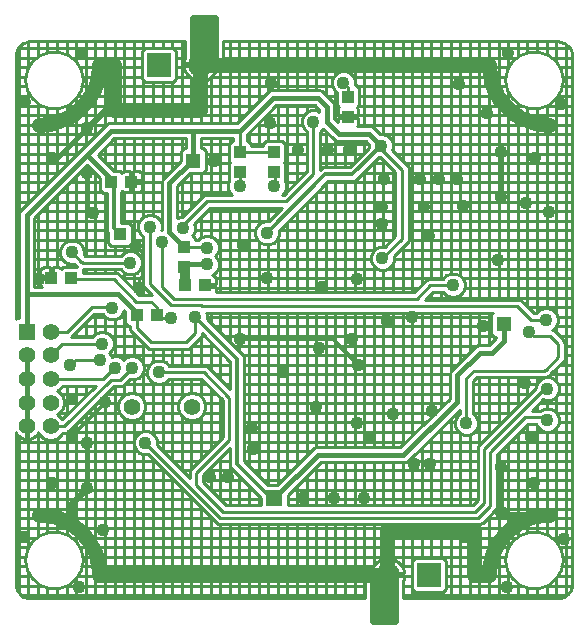
<source format=gbl>
G75*
G70*
%OFA0B0*%
%FSLAX24Y24*%
%IPPOS*%
%LPD*%
%AMOC8*
5,1,8,0,0,1.08239X$1,22.5*
%
%ADD10R,0.0800X0.0800*%
%ADD11C,0.0800*%
%ADD12R,0.0555X0.0555*%
%ADD13C,0.0555*%
%ADD14C,0.0236*%
%ADD15C,0.0560*%
%ADD16R,0.0433X0.0394*%
%ADD17R,0.0394X0.0433*%
%ADD18C,0.0100*%
%ADD19C,0.0436*%
%ADD20C,0.0160*%
%ADD21R,0.0515X0.0515*%
%ADD22R,0.0554X0.0554*%
%ADD23C,0.0120*%
%ADD24R,0.0476X0.0476*%
%ADD25R,0.0436X0.0436*%
%ADD26C,0.0500*%
%ADD27C,0.0560*%
%ADD28C,0.0240*%
%ADD29C,0.0320*%
D10*
X016117Y003358D03*
X007117Y020358D03*
D11*
X008494Y020358D03*
X014739Y003358D03*
D12*
X002717Y011458D03*
D13*
X002717Y010671D03*
X003504Y010671D03*
X003504Y011458D03*
X003504Y009884D03*
X003504Y009096D03*
X003504Y008309D03*
X002717Y008309D03*
X002717Y009096D03*
X002717Y009884D03*
D14*
X008971Y020609D02*
X008971Y021907D01*
X008971Y020609D02*
X008263Y020609D01*
X008263Y021907D01*
X008971Y021907D01*
X008971Y020844D02*
X008263Y020844D01*
X008263Y021079D02*
X008971Y021079D01*
X008971Y021314D02*
X008263Y021314D01*
X008263Y021549D02*
X008971Y021549D01*
X008971Y021784D02*
X008263Y021784D01*
X014263Y003107D02*
X014263Y001809D01*
X014263Y003107D02*
X014971Y003107D01*
X014971Y001809D01*
X014263Y001809D01*
X014263Y002044D02*
X014971Y002044D01*
X014971Y002279D02*
X014263Y002279D01*
X014263Y002514D02*
X014971Y002514D01*
X014971Y002749D02*
X014263Y002749D01*
X014263Y002984D02*
X014971Y002984D01*
D15*
X008217Y008958D03*
X006217Y008958D03*
D16*
X006382Y012008D03*
X007051Y012008D03*
X007982Y013008D03*
X008651Y013008D03*
X006201Y016458D03*
X005532Y016458D03*
X004201Y013258D03*
X003532Y013258D03*
D17*
X007967Y013624D03*
X007967Y014293D03*
X009817Y016774D03*
X009817Y017443D03*
X010967Y017443D03*
X010967Y016774D03*
X013417Y018624D03*
X013417Y019293D03*
D18*
X002390Y002844D02*
X002479Y002721D01*
X002602Y002631D01*
X002747Y002584D01*
X002824Y002578D01*
X013994Y002578D01*
X013994Y003134D01*
X014004Y003186D01*
X014025Y003235D01*
X014054Y003279D01*
X014091Y003316D01*
X014135Y003346D01*
X014184Y003366D01*
X014236Y003376D01*
X014567Y003376D01*
X014567Y003308D01*
X014666Y003308D01*
X014666Y003376D01*
X014688Y003376D01*
X014688Y003408D01*
X014190Y003408D01*
X014202Y003487D01*
X014229Y003570D01*
X014268Y003647D01*
X014319Y003717D01*
X014380Y003778D01*
X014450Y003829D01*
X014527Y003868D01*
X014610Y003895D01*
X014689Y003907D01*
X014689Y003409D01*
X014789Y003409D01*
X014789Y003907D01*
X014867Y003895D01*
X014950Y003868D01*
X015027Y003829D01*
X015097Y003778D01*
X015158Y003717D01*
X015209Y003647D01*
X015248Y003570D01*
X015275Y003487D01*
X015287Y003408D01*
X014789Y003408D01*
X014789Y003376D01*
X014997Y003376D01*
X015049Y003366D01*
X015098Y003346D01*
X015142Y003316D01*
X015150Y003308D01*
X015287Y003308D01*
X015275Y003230D01*
X015248Y003147D01*
X015239Y003129D01*
X015239Y002578D01*
X020318Y002578D01*
X020336Y002578D01*
X020409Y002578D01*
X020486Y002584D01*
X020631Y002631D01*
X020754Y002721D01*
X020843Y002844D01*
X020891Y002989D01*
X020897Y003065D01*
X020897Y020651D01*
X020891Y020728D01*
X020843Y020872D01*
X020754Y020996D01*
X020631Y021085D01*
X020486Y021132D01*
X020409Y021138D01*
X009239Y021138D01*
X009239Y020582D01*
X009229Y020531D01*
X009208Y020482D01*
X009179Y020438D01*
X009142Y020401D01*
X009098Y020371D01*
X009049Y020351D01*
X008997Y020341D01*
X008666Y020341D01*
X008666Y020408D01*
X008567Y020408D01*
X008567Y020341D01*
X008545Y020341D01*
X008545Y020308D01*
X009043Y020308D01*
X009031Y020230D01*
X009004Y020147D01*
X008965Y020070D01*
X008914Y020000D01*
X008853Y019939D01*
X008783Y019888D01*
X008706Y019849D01*
X008623Y019822D01*
X008544Y019809D01*
X008544Y020308D01*
X008444Y020308D01*
X008444Y019809D01*
X008366Y019822D01*
X008283Y019849D01*
X008206Y019888D01*
X008136Y019939D01*
X008075Y020000D01*
X008024Y020070D01*
X007985Y020147D01*
X007958Y020230D01*
X007946Y020308D01*
X008444Y020308D01*
X008444Y020341D01*
X008236Y020341D01*
X008184Y020351D01*
X008135Y020371D01*
X008091Y020401D01*
X008084Y020408D01*
X007946Y020408D01*
X007958Y020487D01*
X007985Y020570D01*
X007994Y020588D01*
X007994Y021138D01*
X002915Y021138D01*
X002862Y021138D01*
X002824Y021138D01*
X002747Y021132D01*
X002602Y021085D01*
X002479Y020996D01*
X002390Y020872D01*
X002342Y020728D01*
X002336Y020651D01*
X002336Y011874D01*
X002369Y011906D01*
X002467Y011906D01*
X002467Y012709D01*
X002467Y012808D01*
X002467Y015309D01*
X002467Y015408D01*
X002505Y015500D01*
X004505Y017500D01*
X004505Y017500D01*
X004575Y017570D01*
X004575Y017570D01*
X005305Y018300D01*
X005375Y018370D01*
X005467Y018408D01*
X008217Y018408D01*
X008316Y018408D01*
X009713Y018408D01*
X010705Y019400D01*
X010705Y019400D01*
X010775Y019470D01*
X010867Y019508D01*
X012367Y019508D01*
X012466Y019508D01*
X012558Y019470D01*
X012858Y019170D01*
X012928Y019100D01*
X012966Y019008D01*
X012966Y018562D01*
X013070Y018459D01*
X013070Y018575D01*
X013368Y018575D01*
X013368Y018672D01*
X013070Y018672D01*
X013070Y018860D01*
X013080Y018898D01*
X013100Y018932D01*
X013112Y018944D01*
X013050Y019006D01*
X013050Y019428D01*
X013047Y019429D01*
X012938Y019539D01*
X012878Y019681D01*
X012878Y019836D01*
X012938Y019978D01*
X013047Y020087D01*
X013189Y020146D01*
X013344Y020146D01*
X013486Y020087D01*
X013596Y019978D01*
X013655Y019836D01*
X013655Y019681D01*
X013654Y019680D01*
X013684Y019680D01*
X013783Y019580D01*
X013783Y019006D01*
X013721Y018944D01*
X013733Y018932D01*
X013753Y018898D01*
X013763Y018860D01*
X013763Y018672D01*
X013465Y018672D01*
X013465Y018575D01*
X013763Y018575D01*
X013763Y018387D01*
X013753Y018349D01*
X013733Y018315D01*
X013727Y018308D01*
X014067Y018308D01*
X014166Y018308D01*
X014258Y018270D01*
X014482Y018046D01*
X014594Y018046D01*
X014736Y017987D01*
X014846Y017878D01*
X014905Y017736D01*
X014905Y017581D01*
X014875Y017511D01*
X015308Y017078D01*
X015308Y017078D01*
X015436Y016950D01*
X015436Y014467D01*
X015308Y014338D01*
X014955Y013985D01*
X014955Y013831D01*
X014896Y013689D01*
X014786Y013579D01*
X014644Y013520D01*
X014489Y013520D01*
X014347Y013579D01*
X014238Y013689D01*
X014178Y013831D01*
X014178Y013986D01*
X014238Y014128D01*
X014347Y014237D01*
X014489Y014296D01*
X014644Y014296D01*
X014997Y014650D01*
X014997Y016767D01*
X014494Y017270D01*
X014454Y017270D01*
X013796Y016613D01*
X013662Y016478D01*
X012762Y016478D01*
X011105Y014821D01*
X011105Y014681D01*
X011046Y014539D01*
X010936Y014429D01*
X010794Y014370D01*
X010639Y014370D01*
X010497Y014429D01*
X010388Y014539D01*
X010328Y014681D01*
X010328Y014836D01*
X010388Y014978D01*
X010497Y015087D01*
X010639Y015146D01*
X010779Y015146D01*
X011221Y015588D01*
X008808Y015588D01*
X008275Y015056D01*
X008305Y014986D01*
X008305Y014831D01*
X008246Y014689D01*
X008235Y014678D01*
X008333Y014580D01*
X008333Y014513D01*
X008422Y014513D01*
X008497Y014587D01*
X008639Y014646D01*
X008794Y014646D01*
X008936Y014587D01*
X009046Y014478D01*
X009105Y014336D01*
X009105Y014181D01*
X009046Y014039D01*
X008990Y013983D01*
X009046Y013928D01*
X009105Y013786D01*
X009105Y013631D01*
X009046Y013489D01*
X008936Y013379D01*
X008878Y013355D01*
X008887Y013355D01*
X008926Y013345D01*
X008960Y013325D01*
X008988Y013297D01*
X009007Y013263D01*
X009018Y013225D01*
X009018Y013057D01*
X008700Y013057D01*
X008700Y012960D01*
X009018Y012960D01*
X009018Y012792D01*
X009014Y012778D01*
X015625Y012778D01*
X016075Y013228D01*
X016258Y013228D01*
X016588Y013228D01*
X016697Y013337D01*
X016839Y013396D01*
X016994Y013396D01*
X017136Y013337D01*
X017246Y013228D01*
X017305Y013086D01*
X017305Y012931D01*
X017246Y012789D01*
X017136Y012679D01*
X016994Y012620D01*
X016839Y012620D01*
X016697Y012679D01*
X016588Y012788D01*
X016258Y012788D01*
X015998Y012528D01*
X019158Y012528D01*
X019286Y012400D01*
X019608Y012078D01*
X019688Y012078D01*
X019797Y012187D01*
X019939Y012246D01*
X020094Y012246D01*
X020236Y012187D01*
X020346Y012078D01*
X020405Y011936D01*
X020405Y011781D01*
X020346Y011639D01*
X020236Y011529D01*
X020234Y011528D01*
X020258Y011528D01*
X020386Y011400D01*
X020472Y011314D01*
X020535Y011251D01*
X020535Y011251D01*
X020579Y011207D01*
X020600Y011186D01*
X020600Y011164D01*
X020621Y011114D01*
X020636Y011098D01*
X020636Y010956D01*
X020636Y010916D01*
X020636Y010517D01*
X020508Y010388D01*
X020222Y010103D01*
X020159Y010039D01*
X020159Y010039D01*
X020113Y009994D01*
X020094Y009975D01*
X020072Y009975D01*
X020022Y009954D01*
X020014Y009946D01*
X020144Y009946D01*
X020286Y009887D01*
X020396Y009778D01*
X020455Y009636D01*
X020455Y009481D01*
X020396Y009339D01*
X020286Y009229D01*
X020144Y009170D01*
X019989Y009170D01*
X019919Y009200D01*
X019548Y008828D01*
X019838Y008828D01*
X019847Y008837D01*
X019989Y008896D01*
X020144Y008896D01*
X020286Y008837D01*
X020396Y008728D01*
X020455Y008586D01*
X020455Y008431D01*
X020396Y008289D01*
X020286Y008179D01*
X020144Y008120D01*
X019989Y008120D01*
X019847Y008179D01*
X019738Y008289D01*
X019696Y008388D01*
X019408Y008388D01*
X018411Y007392D01*
X018386Y007367D01*
X018386Y007326D01*
X018386Y005567D01*
X018258Y005438D01*
X018015Y005196D01*
X017951Y005132D01*
X017951Y005132D01*
X017911Y005092D01*
X017887Y005068D01*
X017859Y005068D01*
X017836Y005058D01*
X017816Y005038D01*
X009258Y005038D01*
X009075Y005038D01*
X006744Y007370D01*
X006589Y007370D01*
X006447Y007429D01*
X006338Y007539D01*
X006278Y007681D01*
X006278Y007836D01*
X006338Y007978D01*
X006447Y008087D01*
X006589Y008146D01*
X006744Y008146D01*
X006886Y008087D01*
X006996Y007978D01*
X007055Y007836D01*
X007055Y007681D01*
X008147Y006589D01*
X008147Y006850D01*
X008275Y006978D01*
X009247Y007950D01*
X009247Y009167D01*
X008525Y009888D01*
X007445Y009888D01*
X007336Y009779D01*
X007194Y009720D01*
X007039Y009720D01*
X006897Y009779D01*
X006788Y009889D01*
X006728Y010031D01*
X006728Y010186D01*
X006788Y010328D01*
X006897Y010437D01*
X007039Y010496D01*
X007194Y010496D01*
X007336Y010437D01*
X007445Y010328D01*
X008525Y010328D01*
X008708Y010328D01*
X009487Y009549D01*
X009487Y010463D01*
X008536Y011413D01*
X008536Y011317D01*
X008408Y011188D01*
X008108Y010888D01*
X007925Y010888D01*
X006775Y010888D01*
X006647Y011017D01*
X006162Y011502D01*
X006162Y011642D01*
X006095Y011642D01*
X005995Y011741D01*
X005995Y012126D01*
X005950Y012171D01*
X005896Y012039D01*
X005786Y011929D01*
X005644Y011870D01*
X005489Y011870D01*
X005347Y011929D01*
X005238Y012039D01*
X005230Y012056D01*
X004964Y012056D01*
X004186Y011278D01*
X004888Y011278D01*
X004997Y011387D01*
X004997Y012056D01*
X004866Y011958D02*
X005318Y011958D01*
X005317Y011960D02*
X005317Y011437D01*
X005294Y011446D02*
X005139Y011446D01*
X004997Y011387D01*
X004928Y011318D02*
X004226Y011318D01*
X004357Y011278D02*
X004357Y011449D01*
X004546Y011638D02*
X006162Y011638D01*
X006382Y011593D02*
X006867Y011108D01*
X008017Y011108D01*
X008317Y011408D01*
X008317Y011958D01*
X008705Y011958D02*
X018189Y011958D01*
X018189Y012036D02*
X018241Y012088D01*
X008683Y012088D01*
X008705Y012036D01*
X008705Y011896D01*
X009812Y010788D01*
X009946Y010654D01*
X009946Y007154D01*
X010745Y006356D01*
X011060Y006356D01*
X012205Y007500D01*
X012275Y007570D01*
X012367Y007608D01*
X015165Y007608D01*
X016817Y009214D01*
X016817Y009959D01*
X016817Y010058D01*
X016855Y010150D01*
X017605Y010900D01*
X017675Y010970D01*
X017767Y011008D01*
X018113Y011008D01*
X018367Y011262D01*
X018367Y011281D01*
X018289Y011281D01*
X018189Y011381D01*
X018189Y012036D01*
X018117Y012088D02*
X018117Y011012D01*
X017797Y011008D02*
X017797Y012088D01*
X017477Y012088D02*
X017477Y010772D01*
X017383Y010678D02*
X009922Y010678D01*
X009797Y010804D02*
X009797Y012088D01*
X009477Y012088D02*
X009477Y011124D01*
X009602Y010998D02*
X017743Y010998D01*
X017157Y010452D02*
X017157Y012088D01*
X016837Y012088D02*
X016837Y010106D01*
X016817Y010038D02*
X009946Y010038D01*
X009946Y010358D02*
X017063Y010358D01*
X017367Y009908D02*
X017617Y010158D01*
X019915Y010158D01*
X020003Y010195D02*
X020417Y010608D01*
X020417Y011007D01*
X020380Y011095D02*
X020167Y011308D01*
X019668Y011308D01*
X019580Y011345D02*
X019467Y011458D01*
X019580Y011345D02*
X019595Y011332D01*
X019611Y011322D01*
X019629Y011314D01*
X019648Y011310D01*
X019668Y011308D01*
X019517Y011858D02*
X019067Y012308D01*
X008567Y012308D01*
X008517Y012358D01*
X007517Y012358D01*
X006817Y013058D01*
X006817Y014958D01*
X006446Y014838D02*
X006205Y014838D01*
X006205Y014997D02*
X006105Y015096D01*
X005846Y015096D01*
X005846Y016119D01*
X005881Y016153D01*
X005893Y016142D01*
X005927Y016122D01*
X005965Y016112D01*
X006153Y016112D01*
X006153Y016410D01*
X006250Y016410D01*
X006250Y016507D01*
X006568Y016507D01*
X006568Y016675D01*
X006557Y016713D01*
X006538Y016747D01*
X006510Y016775D01*
X006476Y016795D01*
X006437Y016805D01*
X006250Y016805D01*
X006250Y016507D01*
X006153Y016507D01*
X006153Y016805D01*
X005965Y016805D01*
X005927Y016795D01*
X005893Y016775D01*
X005881Y016763D01*
X005819Y016825D01*
X005603Y016825D01*
X005070Y017358D01*
X005620Y017908D01*
X008017Y017908D01*
X008017Y017566D01*
X007958Y017566D01*
X007859Y017467D01*
X007859Y017154D01*
X007255Y016550D01*
X007217Y016458D01*
X007217Y016359D01*
X007217Y014846D01*
X007190Y014846D01*
X007205Y014881D01*
X007205Y015036D01*
X007146Y015178D01*
X007036Y015287D01*
X006894Y015346D01*
X006739Y015346D01*
X006597Y015287D01*
X006597Y017908D01*
X006277Y017908D02*
X006277Y016805D01*
X006250Y016758D02*
X006153Y016758D01*
X005957Y016803D02*
X005957Y017908D01*
X005637Y017908D02*
X005637Y016825D01*
X005350Y017078D02*
X007783Y017078D01*
X007557Y016852D02*
X007557Y017908D01*
X007877Y017908D02*
X007877Y017484D01*
X007859Y017398D02*
X005110Y017398D01*
X005317Y017605D02*
X005317Y017112D01*
X004963Y016758D02*
X004470Y016758D01*
X004357Y016645D02*
X004357Y014470D01*
X004294Y014496D02*
X004139Y014496D01*
X003997Y014437D01*
X003888Y014328D01*
X003828Y014186D01*
X003828Y014031D01*
X003888Y013889D01*
X003997Y013779D01*
X004139Y013720D01*
X004294Y013720D01*
X004315Y013699D01*
X004374Y013639D01*
X004389Y013625D01*
X003914Y013625D01*
X003852Y013563D01*
X003841Y013575D01*
X003806Y013595D01*
X003768Y013605D01*
X003580Y013605D01*
X003580Y013307D01*
X003483Y013307D01*
X003483Y013210D01*
X003165Y013210D01*
X003165Y013042D01*
X003176Y013004D01*
X003195Y012969D01*
X003206Y012958D01*
X002966Y012958D01*
X002966Y015255D01*
X004716Y017005D01*
X005145Y016576D01*
X005145Y016191D01*
X005245Y016092D01*
X005387Y016092D01*
X005387Y014813D01*
X005428Y014771D01*
X005428Y014420D01*
X005528Y014320D01*
X006105Y014320D01*
X006205Y014420D01*
X006205Y014997D01*
X006428Y015036D02*
X006428Y014881D01*
X006488Y014739D01*
X006597Y014630D01*
X006597Y013150D01*
X006597Y012967D01*
X006597Y012678D01*
X006458Y012678D02*
X005836Y013300D01*
X005708Y013428D01*
X004588Y013428D01*
X004588Y013526D01*
X004575Y013538D01*
X004637Y013538D01*
X004709Y013538D01*
X005838Y013538D01*
X005947Y013429D01*
X006089Y013370D01*
X006244Y013370D01*
X006386Y013429D01*
X006496Y013539D01*
X006555Y013681D01*
X006555Y013836D01*
X006496Y013978D01*
X006386Y014087D01*
X006244Y014146D01*
X006089Y014146D01*
X005947Y014087D01*
X005838Y013978D01*
X004709Y013978D01*
X004658Y013978D01*
X004626Y014010D01*
X004605Y014031D01*
X004605Y014186D01*
X004546Y014328D01*
X004436Y014437D01*
X004294Y014496D01*
X004037Y014454D02*
X004037Y016325D01*
X004150Y016438D02*
X005145Y016438D01*
X004997Y016725D02*
X004997Y013978D01*
X005317Y013978D02*
X005317Y016092D01*
X005218Y016118D02*
X003830Y016118D01*
X003717Y016005D02*
X003717Y013605D01*
X003580Y013558D02*
X003483Y013558D01*
X003483Y013605D02*
X003296Y013605D01*
X003257Y013595D01*
X003223Y013575D01*
X003195Y013547D01*
X003176Y013513D01*
X003165Y013475D01*
X003165Y013307D01*
X003483Y013307D01*
X003483Y013605D01*
X003397Y013605D02*
X003397Y015685D01*
X003510Y015798D02*
X005387Y015798D01*
X005387Y015478D02*
X003190Y015478D01*
X003077Y015365D02*
X003077Y012958D01*
X002966Y013238D02*
X003483Y013238D01*
X003397Y013210D02*
X003397Y013307D01*
X003206Y013558D02*
X002966Y013558D01*
X002966Y013878D02*
X003898Y013878D01*
X004037Y013763D02*
X004037Y013625D01*
X004357Y013625D02*
X004357Y013657D01*
X004530Y013795D02*
X004217Y014108D01*
X004267Y014058D01*
X004599Y014198D02*
X006597Y014198D01*
X006567Y014108D02*
X006367Y014308D01*
X006277Y014133D02*
X006277Y016112D01*
X006250Y016112D02*
X006437Y016112D01*
X006476Y016122D01*
X006510Y016142D01*
X006538Y016169D01*
X006557Y016204D01*
X006568Y016242D01*
X006568Y016410D01*
X006250Y016410D01*
X006250Y016112D01*
X006250Y016118D02*
X006153Y016118D01*
X005957Y016114D02*
X005957Y015096D01*
X005846Y015158D02*
X006479Y015158D01*
X006488Y015178D02*
X006428Y015036D01*
X006488Y015178D02*
X006597Y015287D01*
X006917Y015337D02*
X006917Y017908D01*
X007237Y017908D02*
X007237Y016506D01*
X007217Y016438D02*
X006250Y016438D01*
X006277Y016410D02*
X006277Y016507D01*
X006527Y016758D02*
X007463Y016758D01*
X007850Y016438D02*
X009450Y016438D01*
X009464Y016472D02*
X009428Y016386D01*
X009428Y016231D01*
X009488Y016089D01*
X009548Y016028D01*
X008808Y016028D01*
X008625Y016028D01*
X007894Y015296D01*
X007839Y015296D01*
X007716Y015246D01*
X007716Y016305D01*
X008162Y016751D01*
X008575Y016751D01*
X008674Y016850D01*
X008674Y017467D01*
X008575Y017566D01*
X008516Y017566D01*
X008516Y017908D01*
X008517Y017908D02*
X008517Y017566D01*
X008516Y017718D02*
X009450Y017718D01*
X009450Y017730D02*
X009450Y017156D01*
X009497Y017108D01*
X009450Y017061D01*
X009450Y016487D01*
X009464Y016472D01*
X009450Y016758D02*
X008583Y016758D01*
X008517Y016751D02*
X008517Y015920D01*
X008395Y015798D02*
X007716Y015798D01*
X007716Y015478D02*
X008075Y015478D01*
X008197Y015600D02*
X008197Y016751D01*
X007877Y016465D02*
X007877Y015296D01*
X007917Y015008D02*
X007917Y014908D01*
X007917Y015008D02*
X008717Y015808D01*
X011367Y015808D01*
X012267Y016708D01*
X012267Y018458D01*
X012037Y018140D02*
X012037Y016790D01*
X012047Y016800D02*
X011275Y016028D01*
X011235Y016028D01*
X011296Y016089D01*
X011355Y016231D01*
X011355Y016386D01*
X011319Y016472D01*
X011333Y016487D01*
X011333Y017061D01*
X011286Y017108D01*
X011333Y017156D01*
X011333Y017730D01*
X011234Y017830D01*
X010699Y017830D01*
X010600Y017730D01*
X010600Y017663D01*
X010183Y017663D01*
X010183Y017730D01*
X010084Y017830D01*
X010036Y017830D01*
X010036Y018025D01*
X011020Y019008D01*
X012313Y019008D01*
X012467Y018855D01*
X012467Y018796D01*
X012344Y018846D01*
X012189Y018846D01*
X012047Y018787D01*
X011938Y018678D01*
X010690Y018678D01*
X010757Y018745D02*
X010757Y017830D01*
X010600Y017718D02*
X010183Y017718D01*
X010117Y017797D02*
X010117Y018105D01*
X010050Y018038D02*
X012047Y018038D01*
X012047Y018130D02*
X012047Y016800D01*
X012005Y016758D02*
X011333Y016758D01*
X011333Y016438D02*
X011685Y016438D01*
X011717Y016470D02*
X011717Y019008D01*
X011397Y019008D02*
X011397Y016150D01*
X011365Y016118D02*
X011308Y016118D01*
X010967Y016308D02*
X010982Y016758D01*
X010967Y016774D01*
X011316Y017078D02*
X012047Y017078D01*
X012047Y017398D02*
X011333Y017398D01*
X011333Y017718D02*
X012047Y017718D01*
X012047Y018130D02*
X011938Y018239D01*
X011878Y018381D01*
X011878Y018536D01*
X011938Y018678D01*
X012037Y018777D02*
X012037Y019008D01*
X012323Y018998D02*
X011010Y018998D01*
X011077Y019008D02*
X011077Y017830D01*
X010967Y017443D02*
X009817Y017443D01*
X009817Y018158D01*
X009597Y017908D02*
X009597Y017830D01*
X009549Y017830D01*
X009450Y017730D01*
X009477Y017757D02*
X009477Y017908D01*
X009597Y017908D02*
X008516Y017908D01*
X008837Y017908D02*
X008837Y016028D01*
X009157Y016028D02*
X009157Y017908D01*
X009157Y018408D02*
X009157Y020415D01*
X009039Y020278D02*
X018774Y020278D01*
X018757Y020249D02*
X018757Y021138D01*
X018437Y021138D02*
X018437Y012528D01*
X018757Y012528D02*
X018757Y019468D01*
X018720Y019532D02*
X018885Y019245D01*
X019139Y019032D01*
X019139Y019032D01*
X019451Y018918D01*
X019530Y018918D01*
X019616Y018918D01*
X019782Y018918D01*
X019782Y018918D01*
X020094Y019032D01*
X020348Y019245D01*
X020513Y019532D01*
X020571Y019858D01*
X020571Y019858D01*
X020513Y020185D01*
X020348Y020472D01*
X020094Y020685D01*
X020094Y020685D01*
X019782Y020798D01*
X019704Y020798D01*
X019616Y020798D01*
X019611Y020798D01*
X019530Y020798D01*
X019451Y020798D01*
X019139Y020685D01*
X018885Y020472D01*
X018720Y020185D01*
X018662Y019858D01*
X018720Y019532D01*
X018720Y019532D01*
X018701Y019638D02*
X013725Y019638D01*
X013637Y019879D02*
X013637Y021138D01*
X013317Y021138D02*
X013317Y020146D01*
X013604Y019958D02*
X018680Y019958D01*
X018662Y019858D02*
X018662Y019858D01*
X018720Y020185D02*
X018720Y020185D01*
X018885Y020472D02*
X018885Y020472D01*
X018885Y020472D01*
X019036Y020598D02*
X009239Y020598D01*
X009239Y020918D02*
X020810Y020918D01*
X020677Y021052D02*
X020677Y002665D01*
X020695Y002678D02*
X015239Y002678D01*
X015239Y002998D02*
X015547Y002998D01*
X015547Y002888D02*
X015646Y002788D01*
X016587Y002788D01*
X016686Y002888D01*
X016686Y003829D01*
X016587Y003928D01*
X015646Y003928D01*
X015547Y003829D01*
X015547Y002888D01*
X015557Y002878D02*
X015557Y002578D01*
X015877Y002578D02*
X015877Y002788D01*
X016197Y002788D02*
X016197Y002578D01*
X016517Y002578D02*
X016517Y002788D01*
X016686Y002998D02*
X019231Y002998D01*
X019139Y003032D02*
X019451Y002918D01*
X019530Y002918D01*
X019617Y002918D01*
X019782Y002918D01*
X019782Y002918D01*
X020094Y003032D01*
X020348Y003245D01*
X020513Y003532D01*
X020571Y003858D01*
X020571Y003858D01*
X020513Y004185D01*
X020348Y004472D01*
X020094Y004685D01*
X020094Y004685D01*
X019782Y004798D01*
X019616Y004798D01*
X019451Y004798D01*
X019139Y004685D01*
X018885Y004472D01*
X018720Y004185D01*
X018662Y003858D01*
X018720Y003532D01*
X018885Y003245D01*
X019139Y003032D01*
X019139Y003032D01*
X019077Y003084D02*
X019077Y002578D01*
X019397Y002578D02*
X019397Y002938D01*
X019451Y002918D02*
X019451Y002918D01*
X019717Y002918D02*
X019717Y002578D01*
X020037Y002578D02*
X020037Y003011D01*
X020002Y002998D02*
X020891Y002998D01*
X020897Y003318D02*
X020390Y003318D01*
X020357Y003260D02*
X020357Y002578D01*
X020094Y003032D02*
X020094Y003032D01*
X020348Y003245D02*
X020348Y003245D01*
X020348Y003245D01*
X020513Y003532D02*
X020513Y003532D01*
X020532Y003638D02*
X020897Y003638D01*
X020897Y003958D02*
X020553Y003958D01*
X020513Y004185D02*
X020513Y004185D01*
X020459Y004278D02*
X020897Y004278D01*
X020897Y004598D02*
X020197Y004598D01*
X020037Y004706D02*
X020037Y008120D01*
X019717Y008339D02*
X019717Y004798D01*
X019782Y004798D02*
X019782Y004798D01*
X019451Y004798D02*
X019451Y004798D01*
X019397Y004779D02*
X019397Y008377D01*
X019317Y008608D02*
X019967Y008608D01*
X020067Y008508D01*
X020357Y008250D02*
X020357Y004457D01*
X020348Y004472D02*
X020348Y004472D01*
X020897Y004918D02*
X002336Y004918D01*
X002336Y004598D02*
X003036Y004598D01*
X003077Y004632D02*
X003077Y008077D01*
X003082Y008085D02*
X003099Y008118D01*
X003125Y008055D01*
X003250Y007929D01*
X003415Y007861D01*
X003593Y007861D01*
X003757Y007929D01*
X003883Y008055D01*
X003897Y008089D01*
X004058Y008089D01*
X005608Y009638D01*
X005725Y009638D01*
X005908Y009638D01*
X006140Y009870D01*
X006294Y009870D01*
X006436Y009929D01*
X006546Y010039D01*
X006605Y010181D01*
X006605Y010336D01*
X006546Y010478D01*
X006436Y010587D01*
X006294Y010646D01*
X006139Y010646D01*
X005997Y010587D01*
X005941Y010532D01*
X005886Y010587D01*
X005744Y010646D01*
X005589Y010646D01*
X005538Y010625D01*
X005496Y010728D01*
X005465Y010758D01*
X005546Y010839D01*
X005605Y010981D01*
X005605Y011136D01*
X005546Y011278D01*
X005436Y011387D01*
X005294Y011446D01*
X005505Y011318D02*
X006345Y011318D01*
X006277Y011387D02*
X006277Y010646D01*
X006217Y010258D02*
X005817Y009858D01*
X005517Y009858D01*
X003967Y008309D01*
X003504Y008309D01*
X003723Y008703D02*
X003757Y008717D01*
X003883Y008843D01*
X003951Y009007D01*
X003951Y009185D01*
X003883Y009350D01*
X003757Y009476D01*
X003723Y009490D01*
X003757Y009504D01*
X003883Y009630D01*
X003897Y009664D01*
X005011Y009664D01*
X003891Y008544D01*
X003883Y008562D01*
X003757Y008688D01*
X003723Y008703D01*
X003799Y008758D02*
X004105Y008758D01*
X004037Y008689D02*
X004037Y009664D01*
X003835Y009398D02*
X004745Y009398D01*
X004677Y009329D02*
X004677Y009664D01*
X004357Y009664D02*
X004357Y009009D01*
X004425Y009078D02*
X003951Y009078D01*
X004408Y008438D02*
X009247Y008438D01*
X009247Y008118D02*
X006811Y008118D01*
X006917Y008057D02*
X006917Y009771D01*
X007237Y009738D02*
X007237Y007499D01*
X007258Y007478D02*
X008775Y007478D01*
X008837Y007540D02*
X008837Y009577D01*
X008695Y009718D02*
X005988Y009718D01*
X005957Y009687D02*
X005957Y009335D01*
X005962Y009340D02*
X005835Y009213D01*
X005767Y009048D01*
X005767Y008869D01*
X005835Y008704D01*
X005962Y008577D01*
X006127Y008508D01*
X006306Y008508D01*
X006471Y008577D01*
X006598Y008704D01*
X006666Y008869D01*
X006666Y009048D01*
X006598Y009213D01*
X006471Y009340D01*
X006306Y009408D01*
X006127Y009408D01*
X005962Y009340D01*
X006103Y009398D02*
X005368Y009398D01*
X005317Y009347D02*
X005317Y002578D01*
X004997Y002578D02*
X004997Y009027D01*
X005048Y009078D02*
X005779Y009078D01*
X005812Y008758D02*
X004728Y008758D01*
X004677Y008707D02*
X004677Y002578D01*
X004357Y002578D02*
X004357Y003260D01*
X004348Y003245D02*
X004513Y003532D01*
X004571Y003858D01*
X004571Y003858D01*
X004513Y004185D01*
X004348Y004472D01*
X004094Y004685D01*
X004094Y004685D01*
X003782Y004798D01*
X003704Y004798D01*
X003617Y004798D01*
X003585Y004798D01*
X003530Y004798D01*
X003451Y004798D01*
X003139Y004685D01*
X002885Y004472D01*
X002720Y004185D01*
X002662Y003858D01*
X002720Y003532D01*
X002885Y003245D01*
X003139Y003032D01*
X003139Y003032D01*
X003451Y002918D01*
X003616Y002918D01*
X003704Y002918D01*
X003782Y002918D01*
X004094Y003032D01*
X004348Y003245D01*
X004348Y003245D01*
X004348Y003245D01*
X004390Y003318D02*
X014095Y003318D01*
X014277Y003376D02*
X014277Y003408D01*
X014264Y003638D02*
X004532Y003638D01*
X004513Y003532D02*
X004513Y003532D01*
X004553Y003958D02*
X018680Y003958D01*
X018662Y003858D02*
X018662Y003858D01*
X018701Y003638D02*
X016686Y003638D01*
X016517Y003928D02*
X016517Y005038D01*
X016837Y005038D02*
X016837Y002578D01*
X017157Y002578D02*
X017157Y005038D01*
X017477Y005038D02*
X017477Y002578D01*
X017797Y002578D02*
X017797Y005038D01*
X017725Y005258D02*
X009167Y005258D01*
X006667Y007758D01*
X007055Y007798D02*
X009095Y007798D01*
X009157Y007860D02*
X009157Y009257D01*
X009247Y009078D02*
X008654Y009078D01*
X008666Y009048D02*
X008598Y009213D01*
X008471Y009340D01*
X008306Y009408D01*
X008127Y009408D01*
X007962Y009340D01*
X007835Y009213D01*
X007767Y009048D01*
X007767Y008869D01*
X007835Y008704D01*
X007962Y008577D01*
X008127Y008508D01*
X008306Y008508D01*
X008471Y008577D01*
X008598Y008704D01*
X008666Y008869D01*
X008666Y009048D01*
X008517Y009295D02*
X008517Y009888D01*
X008617Y010108D02*
X009467Y009258D01*
X009467Y007858D01*
X008367Y006758D01*
X008367Y006358D01*
X009267Y005458D01*
X017625Y005458D01*
X017696Y005488D02*
X017967Y005758D01*
X017967Y007558D01*
X019967Y009558D01*
X020067Y009558D01*
X019713Y009718D02*
X017586Y009718D01*
X017586Y009817D02*
X017708Y009938D01*
X019824Y009938D01*
X019915Y009938D01*
X019970Y009938D01*
X019847Y009887D01*
X019738Y009778D01*
X019678Y009636D01*
X019678Y009581D01*
X017747Y007650D01*
X017747Y007467D01*
X017747Y005850D01*
X017604Y005707D01*
X017575Y005678D01*
X017534Y005678D01*
X011414Y005678D01*
X011414Y006002D01*
X012520Y007108D01*
X015265Y007108D01*
X015313Y007108D01*
X015314Y007108D01*
X015316Y007108D01*
X015360Y007127D01*
X015405Y007144D01*
X015406Y007146D01*
X015408Y007146D01*
X015441Y007179D01*
X017147Y008838D01*
X017147Y008737D01*
X017038Y008628D01*
X016978Y008486D01*
X016978Y008331D01*
X017038Y008189D01*
X017147Y008079D01*
X017289Y008020D01*
X017444Y008020D01*
X017586Y008079D01*
X017696Y008189D01*
X017755Y008331D01*
X017755Y008486D01*
X017696Y008628D01*
X017586Y008737D01*
X017586Y009817D01*
X017367Y009908D02*
X017367Y008408D01*
X017625Y008118D02*
X018215Y008118D01*
X018117Y008020D02*
X018117Y009938D01*
X017797Y009938D02*
X017797Y007700D01*
X017895Y007798D02*
X016078Y007798D01*
X016197Y007914D02*
X016197Y005678D01*
X015877Y005678D02*
X015877Y007603D01*
X015749Y007478D02*
X017747Y007478D01*
X017747Y007158D02*
X015420Y007158D01*
X015237Y007108D02*
X015237Y005678D01*
X015557Y005678D02*
X015557Y007292D01*
X015237Y007678D02*
X015237Y012088D01*
X015557Y012088D02*
X015557Y007989D01*
X015690Y008118D02*
X009946Y008118D01*
X009946Y008438D02*
X016019Y008438D01*
X015877Y008300D02*
X015877Y012088D01*
X016197Y012088D02*
X016197Y008611D01*
X016348Y008758D02*
X009946Y008758D01*
X009946Y009078D02*
X016677Y009078D01*
X016517Y008922D02*
X016517Y012088D01*
X016517Y012528D02*
X016517Y012788D01*
X016837Y012621D02*
X016837Y012528D01*
X017157Y012528D02*
X017157Y012700D01*
X017299Y012918D02*
X020897Y012918D01*
X020897Y012598D02*
X016068Y012598D01*
X016197Y012528D02*
X016197Y012727D01*
X016167Y013008D02*
X015717Y012558D01*
X007617Y012558D01*
X007217Y012958D01*
X007217Y014458D01*
X006597Y014518D02*
X006205Y014518D01*
X005957Y014320D02*
X005957Y014091D01*
X005637Y013978D02*
X005637Y014320D01*
X005428Y014518D02*
X002966Y014518D01*
X002966Y014838D02*
X005387Y014838D01*
X005387Y015158D02*
X002966Y015158D01*
X002467Y015158D02*
X002336Y015158D01*
X002336Y014838D02*
X002467Y014838D01*
X002467Y014518D02*
X002336Y014518D01*
X002336Y014198D02*
X002467Y014198D01*
X002467Y013878D02*
X002336Y013878D01*
X002336Y013558D02*
X002467Y013558D01*
X002467Y013238D02*
X002336Y013238D01*
X002336Y012918D02*
X002467Y012918D01*
X002467Y012598D02*
X002336Y012598D01*
X002336Y012278D02*
X002467Y012278D01*
X002467Y011958D02*
X002336Y011958D01*
X002437Y011906D02*
X002437Y020937D01*
X002423Y020918D02*
X006636Y020918D01*
X006646Y020928D02*
X006547Y020829D01*
X006547Y019888D01*
X006646Y019788D01*
X007587Y019788D01*
X007686Y019888D01*
X007686Y020829D01*
X007587Y020928D01*
X006646Y020928D01*
X006597Y020879D02*
X006597Y021138D01*
X006277Y021138D02*
X006277Y018408D01*
X006597Y018408D02*
X006597Y019838D01*
X006547Y019958D02*
X004553Y019958D01*
X004571Y019858D02*
X004513Y020185D01*
X004348Y020472D01*
X004094Y020685D01*
X004094Y020685D01*
X003782Y020798D01*
X003704Y020798D01*
X003616Y020798D01*
X003595Y020798D01*
X003530Y020798D01*
X003451Y020798D01*
X003139Y020685D01*
X002885Y020472D01*
X002720Y020185D01*
X002662Y019858D01*
X002720Y019532D01*
X002885Y019245D01*
X003139Y019032D01*
X003139Y019032D01*
X003451Y018918D01*
X003616Y018918D01*
X003704Y018918D01*
X003782Y018918D01*
X003782Y018918D01*
X004094Y019032D01*
X004348Y019245D01*
X004513Y019532D01*
X004571Y019858D01*
X004571Y019858D01*
X004532Y019638D02*
X012896Y019638D01*
X012997Y019480D02*
X012997Y018532D01*
X012966Y018678D02*
X013070Y018678D01*
X013317Y018672D02*
X013317Y018575D01*
X013637Y018575D02*
X013637Y018672D01*
X013763Y018678D02*
X020897Y018678D01*
X020897Y018358D02*
X013756Y018358D01*
X013957Y018308D02*
X013957Y021138D01*
X014277Y021138D02*
X014277Y018252D01*
X014013Y017808D02*
X014128Y017693D01*
X014128Y017596D01*
X013471Y016938D01*
X012571Y016938D01*
X012486Y016854D01*
X012486Y018130D01*
X012589Y018232D01*
X012905Y017917D01*
X012975Y017846D01*
X013067Y017808D01*
X014013Y017808D01*
X013957Y017808D02*
X013957Y017424D01*
X013931Y017398D02*
X012486Y017398D01*
X012486Y017078D02*
X013611Y017078D01*
X013637Y017104D02*
X013637Y017808D01*
X013317Y017808D02*
X013317Y016938D01*
X012997Y016938D02*
X012997Y017838D01*
X012783Y018038D02*
X012486Y018038D01*
X012677Y018145D02*
X012677Y016938D01*
X012722Y016438D02*
X014997Y016438D01*
X014997Y016758D02*
X013942Y016758D01*
X013957Y016773D02*
X013957Y012778D01*
X014277Y012778D02*
X014277Y013650D01*
X014397Y013558D02*
X009074Y013558D01*
X009066Y013878D02*
X014178Y013878D01*
X014277Y014167D02*
X014277Y017093D01*
X014262Y017078D02*
X014685Y017078D01*
X014597Y017167D02*
X014597Y014296D01*
X014865Y014518D02*
X011025Y014518D01*
X011077Y014613D02*
X011077Y012778D01*
X010757Y012778D02*
X010757Y014370D01*
X010437Y014490D02*
X010437Y012778D01*
X010117Y012778D02*
X010117Y015588D01*
X010437Y015588D02*
X010437Y015027D01*
X010330Y014838D02*
X008305Y014838D01*
X008333Y014518D02*
X008428Y014518D01*
X008517Y014596D02*
X008517Y015297D01*
X008378Y015158D02*
X010791Y015158D01*
X010757Y015146D02*
X010757Y015588D01*
X011077Y015588D02*
X011077Y015444D01*
X011111Y015478D02*
X008698Y015478D01*
X008837Y015588D02*
X008837Y014629D01*
X009005Y014518D02*
X010408Y014518D01*
X011122Y014838D02*
X014997Y014838D01*
X014917Y014570D02*
X014917Y016847D01*
X015217Y016858D02*
X014517Y017558D01*
X014517Y017658D01*
X014905Y017718D02*
X020897Y017718D01*
X020897Y017398D02*
X014988Y017398D01*
X014917Y017469D02*
X014917Y021138D01*
X014597Y021138D02*
X014597Y018045D01*
X014613Y018038D02*
X020897Y018038D01*
X020897Y017078D02*
X015308Y017078D01*
X015237Y017149D02*
X015237Y021138D01*
X015557Y021138D02*
X015557Y012778D01*
X015765Y012918D02*
X009018Y012918D01*
X008837Y012960D02*
X008837Y013057D01*
X009014Y013238D02*
X016598Y013238D01*
X016517Y013228D02*
X016517Y021138D01*
X016837Y021138D02*
X016837Y013395D01*
X017157Y013317D02*
X017157Y021138D01*
X017477Y021138D02*
X017477Y012528D01*
X017797Y012528D02*
X017797Y021138D01*
X018117Y021138D02*
X018117Y012528D01*
X018189Y011638D02*
X008962Y011638D01*
X008837Y011764D02*
X008837Y012088D01*
X009157Y012088D02*
X009157Y011444D01*
X009282Y011318D02*
X018251Y011318D01*
X019077Y012528D02*
X019077Y019084D01*
X019231Y018998D02*
X013776Y018998D01*
X013783Y019318D02*
X018843Y019318D01*
X018885Y019245D02*
X018885Y019245D01*
X019397Y018938D02*
X019397Y012289D01*
X019408Y012278D02*
X020897Y012278D01*
X020897Y011958D02*
X020395Y011958D01*
X020357Y012052D02*
X020357Y019260D01*
X020348Y019245D02*
X020348Y019245D01*
X020348Y019245D01*
X020390Y019318D02*
X020897Y019318D01*
X020897Y018998D02*
X020002Y018998D01*
X020037Y019011D02*
X020037Y012246D01*
X019717Y012107D02*
X019717Y018918D01*
X020094Y019032D02*
X020094Y019032D01*
X020513Y019532D02*
X020513Y019532D01*
X020532Y019638D02*
X020897Y019638D01*
X020897Y019958D02*
X020553Y019958D01*
X020513Y020185D02*
X020513Y020185D01*
X020459Y020278D02*
X020897Y020278D01*
X020897Y020598D02*
X020197Y020598D01*
X020037Y020706D02*
X020037Y021138D01*
X019717Y021138D02*
X019717Y020798D01*
X019782Y020798D02*
X019782Y020798D01*
X019451Y020798D02*
X019451Y020798D01*
X019397Y020779D02*
X019397Y021138D01*
X019077Y021138D02*
X019077Y020632D01*
X019139Y020685D02*
X019139Y020685D01*
X020348Y020472D02*
X020348Y020472D01*
X020357Y020457D02*
X020357Y021138D01*
X020897Y016758D02*
X015436Y016758D01*
X015217Y016858D02*
X015217Y014558D01*
X014567Y013908D01*
X014736Y013558D02*
X020897Y013558D01*
X020897Y013878D02*
X014955Y013878D01*
X014917Y013739D02*
X014917Y012778D01*
X014597Y012778D02*
X014597Y013520D01*
X014308Y014198D02*
X009105Y014198D01*
X008717Y014258D02*
X008682Y014293D01*
X007967Y014293D01*
X008051Y013708D02*
X007967Y013624D01*
X006885Y012678D02*
X006458Y012678D01*
X006467Y012908D02*
X006467Y013208D01*
X006567Y013308D01*
X006567Y014108D01*
X006537Y013878D02*
X006597Y013878D01*
X006597Y013558D02*
X006504Y013558D01*
X006277Y013384D02*
X006277Y012859D01*
X006218Y012918D02*
X006645Y012918D01*
X006597Y012967D02*
X006885Y012678D01*
X006867Y012458D02*
X006367Y012458D01*
X005617Y013208D01*
X004251Y013208D01*
X004201Y013258D01*
X004677Y013428D02*
X004677Y013538D01*
X004618Y013758D02*
X006167Y013758D01*
X005957Y013425D02*
X005957Y013179D01*
X005898Y013238D02*
X006597Y013238D01*
X006867Y012458D02*
X007051Y012274D01*
X007051Y012008D01*
X007201Y011908D01*
X007517Y011908D01*
X008218Y010998D02*
X008951Y010998D01*
X008837Y011113D02*
X008837Y010199D01*
X008998Y010038D02*
X009487Y010038D01*
X009487Y010358D02*
X007415Y010358D01*
X007557Y010328D02*
X007557Y010888D01*
X007877Y010888D02*
X007877Y010328D01*
X008197Y010328D02*
X008197Y010977D01*
X008517Y011297D02*
X008517Y010328D01*
X008617Y010108D02*
X007117Y010108D01*
X007237Y010479D02*
X007237Y010888D01*
X006917Y010888D02*
X006917Y010446D01*
X006818Y010358D02*
X006595Y010358D01*
X006597Y010355D02*
X006597Y011067D01*
X006665Y010998D02*
X005605Y010998D01*
X005516Y010678D02*
X009271Y010678D01*
X009157Y010793D02*
X009157Y009879D01*
X009318Y009718D02*
X009487Y009718D01*
X009477Y009559D02*
X009477Y010473D01*
X009946Y009718D02*
X016817Y009718D01*
X016817Y009398D02*
X009946Y009398D01*
X009247Y008758D02*
X008621Y008758D01*
X008517Y008622D02*
X008517Y007220D01*
X008455Y007158D02*
X007578Y007158D01*
X007557Y007179D02*
X007557Y009888D01*
X007877Y009888D02*
X007877Y009255D01*
X007779Y009078D02*
X006654Y009078D01*
X006597Y009215D02*
X006597Y010162D01*
X006545Y010038D02*
X006728Y010038D01*
X006277Y009870D02*
X006277Y009408D01*
X006330Y009398D02*
X008103Y009398D01*
X008197Y009408D02*
X008197Y009888D01*
X008330Y009398D02*
X009015Y009398D01*
X008197Y008508D02*
X008197Y006900D01*
X008147Y006838D02*
X007898Y006838D01*
X007877Y006859D02*
X007877Y008662D01*
X007812Y008758D02*
X006621Y008758D01*
X006597Y008702D02*
X006597Y008146D01*
X006522Y008118D02*
X004088Y008118D01*
X004037Y008089D02*
X004037Y004706D01*
X004197Y004598D02*
X019036Y004598D01*
X019077Y004632D02*
X019077Y008057D01*
X019138Y008118D02*
X020897Y008118D01*
X020897Y008438D02*
X020455Y008438D01*
X020365Y008758D02*
X020897Y008758D01*
X020897Y009078D02*
X019798Y009078D01*
X019717Y008997D02*
X019717Y008828D01*
X020037Y008896D02*
X020037Y009170D01*
X020357Y009300D02*
X020357Y008767D01*
X020420Y009398D02*
X020897Y009398D01*
X020897Y009718D02*
X020420Y009718D01*
X020357Y009817D02*
X020357Y010237D01*
X020478Y010358D02*
X020897Y010358D01*
X020897Y010038D02*
X020158Y010038D01*
X020037Y009960D02*
X020037Y009946D01*
X019915Y009938D02*
X019915Y009938D01*
X019717Y009938D02*
X019717Y009728D01*
X019397Y009938D02*
X019397Y009300D01*
X019495Y009398D02*
X017586Y009398D01*
X017586Y009078D02*
X019175Y009078D01*
X019077Y008980D02*
X019077Y009938D01*
X018757Y009938D02*
X018757Y008660D01*
X018855Y008758D02*
X017586Y008758D01*
X017755Y008438D02*
X018535Y008438D01*
X018437Y008340D02*
X018437Y009938D01*
X019317Y008608D02*
X018196Y007488D01*
X018167Y007417D02*
X018167Y005658D01*
X017796Y005288D01*
X017796Y005287D02*
X017784Y005277D01*
X017770Y005269D01*
X017756Y005263D01*
X017741Y005259D01*
X017725Y005258D01*
X017625Y005458D02*
X017641Y005459D01*
X017656Y005463D01*
X017670Y005469D01*
X017684Y005477D01*
X017696Y005487D01*
X017477Y005678D02*
X017477Y008034D01*
X017157Y008075D02*
X017157Y005678D01*
X016837Y005678D02*
X016837Y008536D01*
X016736Y008438D02*
X016978Y008438D01*
X017065Y008758D02*
X017147Y008758D01*
X017108Y008118D02*
X016407Y008118D01*
X016517Y008225D02*
X016517Y005678D01*
X016197Y005038D02*
X016197Y003928D01*
X015877Y003928D02*
X015877Y005038D01*
X015557Y005038D02*
X015557Y003839D01*
X015547Y003638D02*
X015213Y003638D01*
X015237Y003593D02*
X015237Y005038D01*
X014917Y005038D02*
X014917Y003879D01*
X014789Y003638D02*
X014689Y003638D01*
X014597Y003408D02*
X014597Y003308D01*
X014567Y003318D02*
X014666Y003318D01*
X014917Y003376D02*
X014917Y003408D01*
X015139Y003318D02*
X015547Y003318D01*
X015237Y003308D02*
X015237Y003408D01*
X014597Y003891D02*
X014597Y005038D01*
X014277Y005038D02*
X014277Y003658D01*
X013994Y002998D02*
X004002Y002998D01*
X004037Y003011D02*
X004037Y002578D01*
X003717Y002578D02*
X003717Y002918D01*
X003451Y002918D02*
X003451Y002918D01*
X003397Y002938D02*
X003397Y002578D01*
X003077Y002578D02*
X003077Y003084D01*
X003231Y002998D02*
X002342Y002998D01*
X002342Y002989D02*
X002336Y003065D01*
X002336Y003130D01*
X002336Y003157D01*
X002336Y008113D01*
X002351Y008085D01*
X002390Y008030D01*
X002438Y007983D01*
X002492Y007943D01*
X002552Y007913D01*
X002616Y007892D01*
X002683Y007881D01*
X002688Y007881D01*
X002688Y008280D01*
X002745Y008280D01*
X002745Y007881D01*
X002750Y007881D01*
X002817Y007892D01*
X002881Y007913D01*
X002941Y007943D01*
X002995Y007983D01*
X003043Y008030D01*
X003082Y008085D01*
X003397Y007869D02*
X003397Y004779D01*
X003451Y004798D02*
X003451Y004798D01*
X003717Y004798D02*
X003717Y007913D01*
X004217Y008008D02*
X005317Y009108D01*
X005637Y009638D02*
X005637Y002578D01*
X005957Y002578D02*
X005957Y008582D01*
X006277Y008508D02*
X006277Y002578D01*
X006597Y002578D02*
X006597Y007370D01*
X006398Y007478D02*
X002336Y007478D01*
X002336Y007158D02*
X006955Y007158D01*
X006917Y007197D02*
X006917Y002578D01*
X007237Y002578D02*
X007237Y006877D01*
X007275Y006838D02*
X002336Y006838D01*
X002336Y006518D02*
X007595Y006518D01*
X007557Y006557D02*
X007557Y002578D01*
X007877Y002578D02*
X007877Y006237D01*
X007915Y006198D02*
X002336Y006198D01*
X002336Y005878D02*
X008235Y005878D01*
X008197Y005917D02*
X008197Y002578D01*
X008517Y002578D02*
X008517Y005597D01*
X008555Y005558D02*
X002336Y005558D01*
X002336Y005238D02*
X008875Y005238D01*
X008837Y005277D02*
X008837Y002578D01*
X009157Y002578D02*
X009157Y005038D01*
X009477Y005038D02*
X009477Y002578D01*
X009797Y002578D02*
X009797Y005038D01*
X010117Y005038D02*
X010117Y002578D01*
X010437Y002578D02*
X010437Y005038D01*
X010757Y005038D02*
X010757Y002578D01*
X011077Y002578D02*
X011077Y005038D01*
X011397Y005038D02*
X011397Y002578D01*
X011717Y002578D02*
X011717Y005038D01*
X012037Y005038D02*
X012037Y002578D01*
X012357Y002578D02*
X012357Y005038D01*
X012677Y005038D02*
X012677Y002578D01*
X012997Y002578D02*
X012997Y005038D01*
X013317Y005038D02*
X013317Y002578D01*
X013637Y002578D02*
X013637Y005038D01*
X013957Y005038D02*
X013957Y002578D01*
X013994Y002678D02*
X002538Y002678D01*
X002437Y002780D02*
X002437Y007984D01*
X002336Y007798D02*
X006278Y007798D01*
X004997Y009649D02*
X004997Y009664D01*
X005242Y009884D02*
X005617Y010258D01*
X005667Y010258D01*
X005637Y010646D02*
X005637Y011870D01*
X005815Y011958D02*
X005995Y011958D01*
X005957Y012165D02*
X005957Y010547D01*
X005167Y010508D02*
X004367Y010508D01*
X004167Y010358D01*
X003504Y010671D02*
X003891Y011058D01*
X005217Y011058D01*
X004677Y011278D02*
X004677Y011769D01*
X004872Y012276D02*
X005549Y012276D01*
X005567Y012258D01*
X006382Y012008D02*
X006382Y011593D01*
X004872Y012276D02*
X004055Y011458D01*
X003504Y011458D01*
X002745Y010642D02*
X002745Y010311D01*
X002745Y009913D01*
X002688Y009913D01*
X002688Y010244D01*
X002688Y010642D01*
X002745Y010642D01*
X002745Y010358D02*
X002688Y010358D01*
X002688Y010038D02*
X002745Y010038D01*
X002745Y009855D02*
X002745Y009524D01*
X002745Y009125D01*
X002688Y009125D01*
X002688Y009524D01*
X002688Y009855D01*
X002745Y009855D01*
X002745Y009718D02*
X002688Y009718D01*
X002688Y009398D02*
X002745Y009398D01*
X002745Y009067D02*
X002745Y008736D01*
X002745Y008338D01*
X002688Y008338D01*
X002688Y008736D01*
X002688Y009067D01*
X002745Y009067D01*
X002745Y008758D02*
X002688Y008758D01*
X002688Y008438D02*
X002745Y008438D01*
X002745Y008118D02*
X002688Y008118D01*
X002757Y007882D02*
X002757Y004249D01*
X002774Y004278D02*
X002336Y004278D01*
X002336Y003958D02*
X002680Y003958D01*
X002662Y003858D02*
X002662Y003858D01*
X002701Y003638D02*
X002336Y003638D01*
X002336Y003318D02*
X002843Y003318D01*
X002885Y003245D02*
X002885Y003245D01*
X002757Y003468D02*
X002757Y002584D01*
X002390Y002844D02*
X002342Y002989D01*
X002720Y003532D02*
X002720Y003532D01*
X002720Y004185D02*
X002720Y004185D01*
X002885Y004472D02*
X002885Y004472D01*
X002885Y004472D01*
X003139Y004685D02*
X003139Y004685D01*
X003782Y004798D02*
X003782Y004798D01*
X004348Y004472D02*
X004348Y004472D01*
X004357Y004457D02*
X004357Y008387D01*
X003504Y009884D02*
X005242Y009884D01*
X005317Y013428D02*
X005317Y013538D01*
X004997Y013538D02*
X004997Y013428D01*
X004618Y013758D02*
X004598Y013760D01*
X004579Y013764D01*
X004561Y013772D01*
X004545Y013782D01*
X004530Y013795D01*
X004677Y013978D02*
X004677Y016965D01*
X004357Y017352D02*
X004357Y019260D01*
X004348Y019245D02*
X004348Y019245D01*
X004348Y019245D01*
X004390Y019318D02*
X010623Y019318D01*
X010757Y019452D02*
X010757Y021138D01*
X011077Y021138D02*
X011077Y019508D01*
X011397Y019508D02*
X011397Y021138D01*
X011717Y021138D02*
X011717Y019508D01*
X012037Y019508D02*
X012037Y021138D01*
X012357Y021138D02*
X012357Y019508D01*
X012677Y019352D02*
X012677Y021138D01*
X012997Y021138D02*
X012997Y020037D01*
X012929Y019958D02*
X008872Y019958D01*
X008837Y019927D02*
X008837Y018408D01*
X008517Y018408D02*
X008517Y020308D01*
X008544Y020278D02*
X008444Y020278D01*
X008197Y020308D02*
X008197Y020349D01*
X007950Y020278D02*
X007686Y020278D01*
X007686Y019958D02*
X008117Y019958D01*
X008197Y019895D02*
X008197Y018408D01*
X007877Y018408D02*
X007877Y021138D01*
X007994Y020918D02*
X007597Y020918D01*
X007557Y020928D02*
X007557Y021138D01*
X007237Y021138D02*
X007237Y020928D01*
X006917Y020928D02*
X006917Y021138D01*
X006547Y020598D02*
X004197Y020598D01*
X004037Y020706D02*
X004037Y021138D01*
X003717Y021138D02*
X003717Y020798D01*
X003782Y020798D02*
X003782Y020798D01*
X003451Y020798D02*
X003451Y020798D01*
X003397Y020779D02*
X003397Y021138D01*
X003077Y021138D02*
X003077Y020632D01*
X003036Y020598D02*
X002336Y020598D01*
X002336Y020278D02*
X002774Y020278D01*
X002757Y020249D02*
X002757Y021133D01*
X003139Y020685D02*
X003139Y020685D01*
X002885Y020472D02*
X002885Y020472D01*
X002885Y020472D01*
X002720Y020185D02*
X002720Y020185D01*
X002680Y019958D02*
X002336Y019958D01*
X002336Y019638D02*
X002701Y019638D01*
X002720Y019532D02*
X002720Y019532D01*
X002757Y019468D02*
X002757Y015752D01*
X002803Y015798D02*
X002336Y015798D01*
X002336Y015478D02*
X002496Y015478D01*
X002336Y016118D02*
X003123Y016118D01*
X003077Y016072D02*
X003077Y019084D01*
X003231Y018998D02*
X002336Y018998D01*
X002336Y019318D02*
X002843Y019318D01*
X002885Y019245D02*
X002885Y019245D01*
X003397Y018938D02*
X003397Y016392D01*
X003443Y016438D02*
X002336Y016438D01*
X002336Y016758D02*
X003763Y016758D01*
X003717Y016712D02*
X003717Y018918D01*
X003451Y018918D02*
X003451Y018918D01*
X004002Y018998D02*
X010303Y018998D01*
X010437Y019132D02*
X010437Y021138D01*
X010117Y021138D02*
X010117Y018812D01*
X009983Y018678D02*
X002336Y018678D01*
X002336Y018358D02*
X005363Y018358D01*
X005317Y018312D02*
X005317Y021138D01*
X004997Y021138D02*
X004997Y017992D01*
X005043Y018038D02*
X002336Y018038D01*
X002336Y017718D02*
X004723Y017718D01*
X004677Y017672D02*
X004677Y021138D01*
X004357Y021138D02*
X004357Y020457D01*
X004348Y020472D02*
X004348Y020472D01*
X004459Y020278D02*
X006547Y020278D01*
X006917Y019788D02*
X006917Y018408D01*
X007237Y018408D02*
X007237Y019788D01*
X007557Y019788D02*
X007557Y018408D01*
X008017Y017718D02*
X005430Y017718D01*
X005637Y018408D02*
X005637Y021138D01*
X005957Y021138D02*
X005957Y018408D01*
X004513Y019532D02*
X004513Y019532D01*
X004094Y019032D02*
X004094Y019032D01*
X004037Y019011D02*
X004037Y017032D01*
X004083Y017078D02*
X002336Y017078D01*
X002336Y017398D02*
X004403Y017398D01*
X005846Y016118D02*
X005939Y016118D01*
X005846Y015798D02*
X007217Y015798D01*
X007217Y015478D02*
X005846Y015478D01*
X006463Y016118D02*
X007217Y016118D01*
X007716Y016118D02*
X009475Y016118D01*
X009477Y016115D02*
X009477Y016028D01*
X009817Y016308D02*
X009817Y016774D01*
X009477Y017088D02*
X009477Y017129D01*
X009467Y017078D02*
X008674Y017078D01*
X008674Y017398D02*
X009450Y017398D01*
X009477Y018408D02*
X009477Y021138D01*
X009797Y021138D02*
X009797Y018492D01*
X010370Y018358D02*
X011888Y018358D01*
X012357Y018841D02*
X012357Y018965D01*
X012710Y019318D02*
X013050Y019318D01*
X013057Y018998D02*
X012966Y018998D01*
X013417Y019293D02*
X013417Y019608D01*
X013267Y019758D01*
X012486Y017718D02*
X014103Y017718D01*
X013637Y016478D02*
X013637Y012778D01*
X013317Y012778D02*
X013317Y016478D01*
X012997Y016478D02*
X012997Y012778D01*
X012677Y012778D02*
X012677Y016393D01*
X012402Y016118D02*
X014997Y016118D01*
X014997Y015798D02*
X012082Y015798D01*
X012037Y015753D02*
X012037Y012778D01*
X012357Y012778D02*
X012357Y016073D01*
X011762Y015478D02*
X014997Y015478D01*
X014997Y015158D02*
X011442Y015158D01*
X011397Y015113D02*
X011397Y012778D01*
X011717Y012778D02*
X011717Y015433D01*
X009797Y015588D02*
X009797Y012778D01*
X009477Y012778D02*
X009477Y015588D01*
X009157Y015588D02*
X009157Y012778D01*
X010117Y012088D02*
X010117Y006984D01*
X010262Y006838D02*
X011543Y006838D01*
X011397Y006692D02*
X011397Y012088D01*
X011717Y012088D02*
X011717Y007012D01*
X011863Y007158D02*
X009946Y007158D01*
X009946Y007478D02*
X012183Y007478D01*
X012037Y007332D02*
X012037Y012088D01*
X012357Y012088D02*
X012357Y007604D01*
X012677Y007608D02*
X012677Y012088D01*
X012997Y012088D02*
X012997Y007608D01*
X013317Y007608D02*
X013317Y012088D01*
X013637Y012088D02*
X013637Y007608D01*
X013957Y007608D02*
X013957Y012088D01*
X014277Y012088D02*
X014277Y007608D01*
X014597Y007608D02*
X014597Y012088D01*
X014917Y012088D02*
X014917Y007608D01*
X015361Y007798D02*
X009946Y007798D01*
X009487Y007567D02*
X009487Y007154D01*
X009487Y006963D01*
X010519Y005930D01*
X010519Y005678D01*
X009358Y005678D01*
X008586Y006450D01*
X008586Y006667D01*
X009487Y007567D01*
X009477Y007557D02*
X009477Y005678D01*
X009797Y005678D02*
X009797Y006653D01*
X009931Y006518D02*
X008586Y006518D01*
X008758Y006838D02*
X009611Y006838D01*
X009487Y007158D02*
X009078Y007158D01*
X009157Y007237D02*
X009157Y005879D01*
X009158Y005878D02*
X010519Y005878D01*
X010437Y006013D02*
X010437Y005678D01*
X010117Y005678D02*
X010117Y006333D01*
X010251Y006198D02*
X008838Y006198D01*
X008837Y006199D02*
X008837Y006917D01*
X009398Y007478D02*
X009487Y007478D01*
X010437Y006664D02*
X010437Y012088D01*
X010757Y012088D02*
X010757Y006356D01*
X010582Y006518D02*
X011223Y006518D01*
X011077Y006372D02*
X011077Y012088D01*
X008631Y011318D02*
X008536Y011318D01*
X005637Y013428D02*
X005637Y013538D01*
X007154Y015158D02*
X007217Y015158D01*
X010437Y017663D02*
X010437Y018425D01*
X008837Y020308D02*
X008837Y020341D01*
X008544Y019958D02*
X008444Y019958D01*
X007994Y020598D02*
X007686Y020598D01*
X004513Y020185D02*
X004513Y020185D01*
X002662Y019858D02*
X002662Y019858D01*
X002966Y014198D02*
X003834Y014198D01*
X011414Y005878D02*
X017747Y005878D01*
X017747Y006198D02*
X011610Y006198D01*
X011717Y006305D02*
X011717Y005678D01*
X012037Y005678D02*
X012037Y006625D01*
X011930Y006518D02*
X017747Y006518D01*
X017747Y006838D02*
X012250Y006838D01*
X012357Y006945D02*
X012357Y005678D01*
X012677Y005678D02*
X012677Y007108D01*
X012997Y007108D02*
X012997Y005678D01*
X013317Y005678D02*
X013317Y007108D01*
X013637Y007108D02*
X013637Y005678D01*
X013957Y005678D02*
X013957Y007108D01*
X014277Y007108D02*
X014277Y005678D01*
X014597Y005678D02*
X014597Y007108D01*
X014917Y007108D02*
X014917Y005678D01*
X016686Y003318D02*
X018843Y003318D01*
X018885Y003245D02*
X018885Y003245D01*
X018757Y003468D02*
X018757Y002578D01*
X018437Y002578D02*
X018437Y007417D01*
X018498Y007478D02*
X020897Y007478D01*
X020897Y007158D02*
X018386Y007158D01*
X018167Y007417D02*
X018168Y007433D01*
X018172Y007448D01*
X018178Y007462D01*
X018186Y007476D01*
X018196Y007488D01*
X018757Y007737D02*
X018757Y004249D01*
X018774Y004278D02*
X004459Y004278D01*
X004513Y004185D02*
X004513Y004185D01*
X004094Y003032D02*
X004094Y003032D01*
X015168Y014198D02*
X020897Y014198D01*
X020897Y014518D02*
X015436Y014518D01*
X015237Y014267D02*
X015237Y012778D01*
X015877Y013030D02*
X015877Y021138D01*
X016197Y021138D02*
X016197Y013228D01*
X016167Y013008D02*
X016917Y013008D01*
X017235Y013238D02*
X020897Y013238D01*
X020017Y011858D02*
X019517Y011858D01*
X020345Y011638D02*
X020897Y011638D01*
X020897Y011318D02*
X020468Y011318D01*
X020357Y011429D02*
X020357Y011665D01*
X020380Y011095D02*
X020393Y011080D01*
X020403Y011064D01*
X020411Y011046D01*
X020415Y011027D01*
X020417Y011007D01*
X020636Y010998D02*
X020897Y010998D01*
X020897Y010678D02*
X020636Y010678D01*
X020003Y010195D02*
X019988Y010182D01*
X019972Y010172D01*
X019954Y010164D01*
X019935Y010160D01*
X019915Y010158D01*
X020897Y007798D02*
X018818Y007798D01*
X018386Y006838D02*
X020897Y006838D01*
X020897Y006518D02*
X018386Y006518D01*
X018386Y006198D02*
X020897Y006198D01*
X020897Y005878D02*
X018386Y005878D01*
X018378Y005558D02*
X020897Y005558D01*
X020897Y005238D02*
X018058Y005238D01*
X018117Y005297D02*
X018117Y002578D01*
X018720Y003532D02*
X018720Y003532D01*
X018720Y004185D02*
X018720Y004185D01*
X018885Y004472D02*
X018885Y004472D01*
X018885Y004472D01*
X019139Y004685D02*
X019139Y004685D01*
X020897Y014838D02*
X015436Y014838D01*
X015436Y015158D02*
X020897Y015158D01*
X020897Y015478D02*
X015436Y015478D01*
X015436Y015798D02*
X020897Y015798D01*
X020897Y016118D02*
X015436Y016118D01*
X015436Y016438D02*
X020897Y016438D01*
D19*
X020117Y015458D03*
X019367Y015758D03*
X018517Y015958D03*
X019667Y017258D03*
X018517Y017458D03*
X018067Y018758D03*
X017117Y019708D03*
X018767Y020758D03*
X020517Y019058D03*
X017267Y015658D03*
X017067Y016558D03*
X016467Y016558D03*
X015817Y016558D03*
X015967Y015608D03*
X016117Y014658D03*
X014567Y015058D03*
X014567Y015608D03*
X014617Y016558D03*
X014517Y017658D03*
X013467Y017508D03*
X012767Y017508D03*
X011767Y017508D03*
X012267Y018458D03*
X013267Y019758D03*
X010867Y019758D03*
X010817Y018408D03*
X009467Y020358D03*
X008517Y019558D03*
X008967Y017158D03*
X009817Y016308D03*
X010967Y016308D03*
X010717Y014758D03*
X009917Y014358D03*
X010717Y013258D03*
X012567Y012958D03*
X013717Y013208D03*
X014567Y013908D03*
X015567Y011958D03*
X014717Y011808D03*
X013567Y011208D03*
X013767Y010358D03*
X012467Y010908D03*
X011267Y010108D03*
X012367Y008958D03*
X013717Y008408D03*
X014117Y007908D03*
X014917Y008708D03*
X016217Y008808D03*
X017367Y008408D03*
X016167Y007058D03*
X015617Y007058D03*
X013967Y005908D03*
X012967Y005908D03*
X011917Y005908D03*
X010267Y007558D03*
X010217Y008258D03*
X009417Y006608D03*
X008817Y006608D03*
X006667Y007758D03*
X005317Y009108D03*
X004217Y009208D03*
X004167Y010358D03*
X005167Y010508D03*
X005217Y011058D03*
X005667Y010258D03*
X006217Y010258D03*
X007117Y010108D03*
X007517Y011908D03*
X008317Y011958D03*
X009817Y011208D03*
X008717Y013708D03*
X008717Y014258D03*
X007917Y014908D03*
X007217Y014458D03*
X006817Y014958D03*
X006367Y014308D03*
X006167Y013758D03*
X006467Y012908D03*
X005567Y012258D03*
X004217Y014108D03*
X003117Y013208D03*
X004917Y015408D03*
X004717Y016758D03*
X003567Y017258D03*
X004717Y018258D03*
X002667Y019108D03*
X004517Y020758D03*
X004217Y008008D03*
X004717Y007758D03*
X004717Y006258D03*
X003567Y006408D03*
X002617Y004608D03*
X004467Y002958D03*
X005267Y004858D03*
X014717Y004158D03*
X017317Y004608D03*
X018517Y005458D03*
X019617Y006408D03*
X018517Y006958D03*
X019517Y007958D03*
X020067Y008508D03*
X020067Y009558D03*
X019317Y009758D03*
X019467Y011458D03*
X020017Y011858D03*
X018417Y013858D03*
X016917Y013008D03*
X017917Y011658D03*
X020617Y004558D03*
X018717Y002958D03*
D20*
X018517Y005484D02*
X018517Y006958D01*
X017067Y009108D02*
X017067Y010008D01*
X017817Y010758D01*
X018217Y010758D01*
X018617Y011158D01*
X018617Y011708D01*
X017067Y009108D02*
X015267Y007358D01*
X012417Y007358D01*
X010967Y005908D01*
X014739Y003358D02*
X014739Y002458D01*
X014617Y002458D01*
X006382Y012008D02*
X006382Y012093D01*
X005767Y012708D01*
X002767Y012708D01*
X002717Y012758D01*
X002717Y015358D01*
X004717Y017358D01*
X005532Y016543D01*
X005532Y016458D01*
X004717Y016758D02*
X004717Y015608D01*
X004917Y015408D01*
X003717Y017258D02*
X003567Y017258D01*
X003717Y017258D02*
X004717Y018258D01*
X005517Y018158D02*
X004717Y017358D01*
X005517Y018158D02*
X008267Y018158D01*
X008267Y017158D01*
X008217Y017158D01*
X007467Y016408D01*
X007467Y014793D01*
X007967Y014293D01*
X008051Y013708D02*
X008717Y013708D01*
X007982Y013608D02*
X007967Y013624D01*
X008267Y018158D02*
X009817Y018158D01*
X010917Y019258D01*
X012417Y019258D01*
X012717Y018958D01*
X012717Y018458D01*
X013117Y018058D01*
X014117Y018058D01*
X014517Y017658D01*
X018517Y017458D02*
X018517Y015958D01*
X008617Y020358D02*
X008617Y021258D01*
X008617Y020358D02*
X008494Y020358D01*
X002717Y012758D02*
X002717Y011458D01*
X004717Y007758D02*
X004717Y006258D01*
D21*
X018617Y011708D03*
D22*
X010967Y005908D03*
D23*
X010867Y005908D01*
X009717Y007058D01*
X009717Y010558D01*
X008317Y011958D01*
X009817Y011208D02*
X012917Y011208D01*
X013767Y010358D01*
X010717Y014758D02*
X012667Y016708D01*
X013567Y016708D01*
X014517Y017658D01*
X014567Y017608D01*
X005817Y014708D02*
X005617Y014908D01*
X005617Y016258D01*
X005532Y016343D01*
X005532Y016458D01*
D24*
X008267Y017158D03*
D25*
X005817Y014708D03*
D26*
X005617Y018858D02*
X008494Y018858D01*
X008494Y020358D01*
X018117Y020358D01*
X018119Y020263D01*
X018126Y020168D01*
X018137Y020073D01*
X018153Y019979D01*
X018173Y019886D01*
X018198Y019795D01*
X018227Y019704D01*
X018260Y019615D01*
X018298Y019527D01*
X018339Y019442D01*
X018385Y019358D01*
X018434Y019277D01*
X018488Y019198D01*
X018545Y019122D01*
X018606Y019048D01*
X018670Y018978D01*
X018737Y018911D01*
X018807Y018847D01*
X018881Y018786D01*
X018957Y018729D01*
X019036Y018675D01*
X019117Y018626D01*
X019201Y018580D01*
X019286Y018539D01*
X019374Y018501D01*
X019463Y018468D01*
X019554Y018439D01*
X019645Y018414D01*
X019738Y018394D01*
X019832Y018378D01*
X019927Y018367D01*
X020022Y018360D01*
X020117Y018358D01*
X017617Y004858D02*
X014717Y004858D01*
X014717Y003358D01*
X005117Y003358D01*
X005115Y003453D01*
X005108Y003548D01*
X005097Y003643D01*
X005081Y003737D01*
X005061Y003830D01*
X005036Y003921D01*
X005007Y004012D01*
X004974Y004101D01*
X004936Y004189D01*
X004895Y004274D01*
X004849Y004358D01*
X004800Y004439D01*
X004746Y004518D01*
X004689Y004594D01*
X004628Y004668D01*
X004564Y004738D01*
X004497Y004805D01*
X004427Y004869D01*
X004353Y004930D01*
X004277Y004987D01*
X004198Y005041D01*
X004117Y005090D01*
X004033Y005136D01*
X003948Y005177D01*
X003860Y005215D01*
X003771Y005248D01*
X003680Y005277D01*
X003589Y005302D01*
X003496Y005322D01*
X003402Y005338D01*
X003307Y005349D01*
X003212Y005356D01*
X003117Y005358D01*
X005617Y018858D02*
X005617Y020358D01*
X005117Y020358D01*
X005115Y020263D01*
X005108Y020168D01*
X005097Y020073D01*
X005081Y019979D01*
X005061Y019886D01*
X005036Y019795D01*
X005007Y019704D01*
X004974Y019615D01*
X004936Y019527D01*
X004895Y019442D01*
X004849Y019358D01*
X004800Y019277D01*
X004746Y019198D01*
X004689Y019122D01*
X004628Y019048D01*
X004564Y018978D01*
X004497Y018911D01*
X004427Y018847D01*
X004353Y018786D01*
X004277Y018729D01*
X004198Y018675D01*
X004117Y018626D01*
X004033Y018580D01*
X003948Y018539D01*
X003860Y018501D01*
X003771Y018468D01*
X003680Y018439D01*
X003589Y018414D01*
X003496Y018394D01*
X003402Y018378D01*
X003307Y018367D01*
X003212Y018360D01*
X003117Y018358D01*
X017617Y004858D02*
X017617Y003358D01*
X018117Y003358D01*
X018119Y003453D01*
X018126Y003548D01*
X018137Y003643D01*
X018153Y003737D01*
X018173Y003830D01*
X018198Y003921D01*
X018227Y004012D01*
X018260Y004101D01*
X018298Y004189D01*
X018339Y004274D01*
X018385Y004358D01*
X018434Y004439D01*
X018488Y004518D01*
X018545Y004594D01*
X018606Y004668D01*
X018670Y004738D01*
X018737Y004805D01*
X018807Y004869D01*
X018881Y004930D01*
X018957Y004987D01*
X019036Y005041D01*
X019117Y005090D01*
X019201Y005136D01*
X019286Y005177D01*
X019374Y005215D01*
X019463Y005248D01*
X019554Y005277D01*
X019645Y005302D01*
X019738Y005322D01*
X019832Y005338D01*
X019927Y005349D01*
X020022Y005356D01*
X020117Y005358D01*
D27*
X014739Y003358D02*
X014717Y003358D01*
D28*
X018517Y005458D02*
X018617Y005358D01*
X020117Y005358D01*
X018517Y005458D02*
X018517Y005484D01*
X005617Y018858D02*
X005317Y018858D01*
X004717Y018258D01*
X004717Y006258D02*
X004217Y005758D01*
X004217Y005008D01*
X005117Y004108D01*
X005117Y003358D01*
D29*
X007982Y013008D02*
X007982Y013608D01*
M02*

</source>
